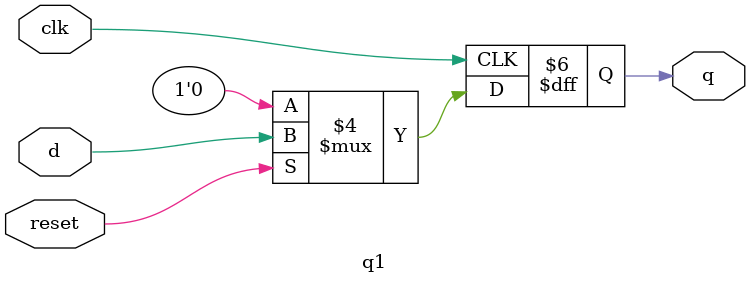
<source format=v>
module q5(in,out,clk,reset);
input in;
input clk, reset;
output out;
wire [4:0]t;
q1 stage0(in,clk,reset,t[0]);
q1 stage1(t[0],clk,reset,t[1]);
q1 stage2(t[1],clk,reset,t[2]);
q1 stage3(t[2],clk,reset,t[3]);
q1 stage4(t[3],clk,reset,t[4]);
q1 stage5(t[4],clk,reset,out);
endmodule

module q1(d,clk,reset,q);
input d,clk,reset;
output reg q;
always@(posedge clk)
begin
if(!reset)
	q<=0;
else
	q<=d;
end
endmodule

</source>
